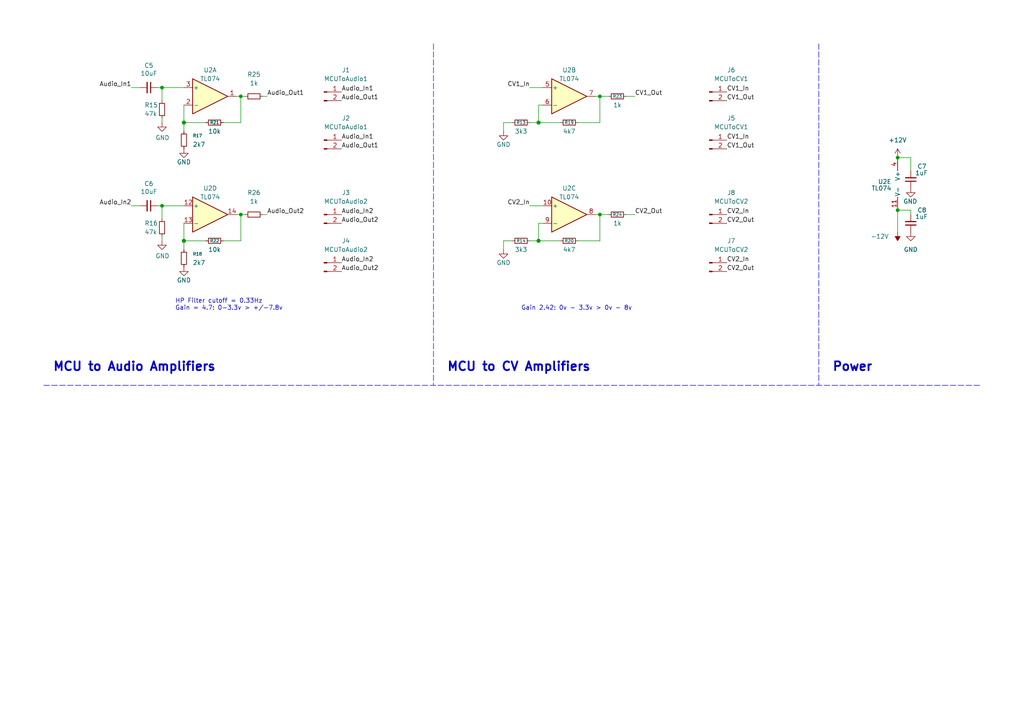
<source format=kicad_sch>
(kicad_sch (version 20230121) (generator eeschema)
  (paper "A4")
  (title_block (title "Eurorack Dev Board") (date "2023-03-28") (rev "2.0") (company "Mountjoy Modular"))
  (lib_symbols
    (symbol "Amplifier_Operational:TL074" (pin_names (offset 0.127))
      (property "Reference" "U" (at 0 5.08 0))
      (property "Value" "TL074" (at 0 -5.08 0))
      (symbol "TL074_1_1"
        (polyline (pts (xy -5.08 5.08) (xy 5.08 0) (xy -5.08 -5.08) (xy -5.08 5.08)) (stroke (width 0.254)) (fill (type background)))
        (pin output line (at 7.62 0 180) (length 2.54) (name "~") (number "1"))
        (pin input line (at -7.62 -2.54 0) (length 2.54) (name "-") (number "2"))
        (pin input line (at -7.62 2.54 0) (length 2.54) (name "+") (number "3"))
      )
      (symbol "TL074_2_1"
        (polyline (pts (xy -5.08 5.08) (xy 5.08 0) (xy -5.08 -5.08) (xy -5.08 5.08)) (stroke (width 0.254)) (fill (type background)))
        (pin input line (at -7.62 2.54 0) (length 2.54) (name "+") (number "5"))
        (pin input line (at -7.62 -2.54 0) (length 2.54) (name "-") (number "6"))
        (pin output line (at 7.62 0 180) (length 2.54) (name "~") (number "7"))
      )
      (symbol "TL074_3_1"
        (polyline (pts (xy -5.08 5.08) (xy 5.08 0) (xy -5.08 -5.08) (xy -5.08 5.08)) (stroke (width 0.254)) (fill (type background)))
        (pin input line (at -7.62 2.54 0) (length 2.54) (name "+") (number "10"))
        (pin output line (at 7.62 0 180) (length 2.54) (name "~") (number "8"))
        (pin input line (at -7.62 -2.54 0) (length 2.54) (name "-") (number "9"))
      )
      (symbol "TL074_4_1"
        (polyline (pts (xy -5.08 5.08) (xy 5.08 0) (xy -5.08 -5.08) (xy -5.08 5.08)) (stroke (width 0.254)) (fill (type background)))
        (pin input line (at -7.62 2.54 0) (length 2.54) (name "+") (number "12"))
        (pin input line (at -7.62 -2.54 0) (length 2.54) (name "-") (number "13"))
        (pin output line (at 7.62 0 180) (length 2.54) (name "~") (number "14"))
      )
      (symbol "TL074_5_1"
        (pin power_in line (at -2.54 -7.62 90) (length 3.81) (name "V-") (number "11"))
        (pin power_in line (at -2.54 7.62 270) (length 3.81) (name "V+") (number "4"))
      )
    )
    (symbol "Connector:Conn_01x02_Pin" (pin_names (offset 1.016) hide)
      (property "Reference" "J" (at 0 2.54 0))
      (property "Value" "Conn_01x02_Pin" (at 0 -5.08 0))
      (symbol "Conn_01x02_Pin_1_1"
        (polyline (pts (xy 1.27 -2.54) (xy 0.8636 -2.54)) (stroke (width 0.1524)))
        (polyline (pts (xy 1.27 0) (xy 0.8636 0)) (stroke (width 0.1524)))
        (rectangle (start 0.8636 -2.413) (end 0 -2.667) (stroke (width 0.1524)) (fill (type outline)))
        (rectangle (start 0.8636 0.127) (end 0 -0.127) (stroke (width 0.1524)) (fill (type outline)))
        (pin passive line (at 5.08 0 180) (length 3.81) (name "Pin_1") (number "1"))
        (pin passive line (at 5.08 -2.54 180) (length 3.81) (name "Pin_2") (number "2"))
      )
    )
    (symbol "Device:C_Small" (pin_numbers hide) (pin_names (offset 0.254) hide)
      (property "Reference" "C" (at 0.254 1.778 0))
      (property "Value" "C_Small" (at 0.254 -2.032 0))
      (symbol "C_Small_0_1"
        (polyline (pts (xy -1.524 -0.508) (xy 1.524 -0.508)) (stroke (width 0.3302)))
        (polyline (pts (xy -1.524 0.508) (xy 1.524 0.508)) (stroke (width 0.3048)))
      )
      (symbol "C_Small_1_1"
        (pin passive line (at 0 2.54 270) (length 2.032) (name "~") (number "1"))
        (pin passive line (at 0 -2.54 90) (length 2.032) (name "~") (number "2"))
      )
    )
    (symbol "Device:R_Small" (pin_numbers hide) (pin_names (offset 0.254) hide)
      (property "Reference" "R" (at 0.762 0.508 0))
      (property "Value" "R_Small" (at 0.762 -1.016 0))
      (symbol "R_Small_0_1"
        (rectangle (start -0.762 1.778) (end 0.762 -1.778) (stroke (width 0.2032)))
      )
      (symbol "R_Small_1_1"
        (pin passive line (at 0 2.54 270) (length 0.762) (name "~") (number "1"))
        (pin passive line (at 0 -2.54 90) (length 0.762) (name "~") (number "2"))
      )
    )
    (symbol "power:+12V" (power) (pin_names (offset 0))
      (property "Value" "+12V" (at 0 3.556 0))
      (symbol "+12V_0_1"
        (polyline (pts (xy -0.762 1.27) (xy 0 2.54)))
        (polyline (pts (xy 0 0) (xy 0 2.54)))
        (polyline (pts (xy 0 2.54) (xy 0.762 1.27)))
      )
      (symbol "+12V_1_1"
        (pin power_in line (at 0 0 90) (length 0) hide (name "+12V") (number "1"))
      )
    )
    (symbol "power:-12V" (power) (pin_names (offset 0))
      (property "Value" "-12V" (at 0 3.81 0))
      (symbol "-12V_0_0"
        (pin power_in line (at 0 0 90) (length 0) hide (name "-12V") (number "1"))
      )
      (symbol "-12V_0_1"
        (polyline (pts (xy 0 0) (xy 0 1.27) (xy 0.762 1.27) (xy 0 2.54) (xy -0.762 1.27) (xy 0 1.27)) (fill (type outline)))
      )
    )
    (symbol "power:GND" (power) (pin_names (offset 0))
      (property "Value" "GND" (at 0 -3.81 0))
      (symbol "GND_0_1"
        (polyline (pts (xy 0 0) (xy 0 -1.27) (xy 1.27 -1.27) (xy 0 -2.54) (xy -1.27 -1.27) (xy 0 -1.27)))
      )
      (symbol "GND_1_1"
        (pin power_in line (at 0 0 270) (length 0) hide (name "GND") (number "1"))
      )
    )
  )
  (junction (at 53.34 69.85) (diameter 1.016))
  (junction (at 46.99 59.69))
  (junction (at 173.99 27.94) (diameter 0.9144))
  (junction (at 156.21 69.85) (diameter 1.016))
  (junction (at 46.99 25.4))
  (junction (at 260.35 60.96))
  (junction (at 69.85 27.94))
  (junction (at 260.35 45.72))
  (junction (at 173.99 62.23) (diameter 0.9144))
  (junction (at 156.21 35.56) (diameter 1.016))
  (junction (at 53.34 35.56) (diameter 1.016))
  (junction (at 69.85 62.23))
  (wire (pts (xy 45.72 25.4) (xy 46.99 25.4)))
  (wire (pts (xy 146.05 35.56) (xy 146.05 38.1)))
  (wire (pts (xy 153.67 69.85) (xy 156.21 69.85)))
  (wire (pts (xy 153.67 59.69) (xy 157.48 59.69)))
  (wire (pts (xy 156.21 30.48) (xy 157.48 30.48)))
  (polyline (pts (xy 12.7 111.76) (xy 284.48 111.76)) (stroke (width 0) (type dash)))
  (wire (pts (xy 156.21 64.77) (xy 157.48 64.77)))
  (wire (pts (xy 46.99 25.4) (xy 53.34 25.4)))
  (wire (pts (xy 146.05 35.56) (xy 148.59 35.56)))
  (wire (pts (xy 38.1 59.69) (xy 40.64 59.69)))
  (wire (pts (xy 172.72 27.94) (xy 173.99 27.94)))
  (wire (pts (xy 69.85 69.85) (xy 69.85 62.23)))
  (wire (pts (xy 53.34 69.85) (xy 59.69 69.85)))
  (wire (pts (xy 181.61 27.94) (xy 184.15 27.94)))
  (wire (pts (xy 46.99 68.58) (xy 46.99 69.85)))
  (wire (pts (xy 173.99 35.56) (xy 173.99 27.94)))
  (wire (pts (xy 146.05 69.85) (xy 146.05 72.39)))
  (wire (pts (xy 69.85 62.23) (xy 71.12 62.23)))
  (wire (pts (xy 260.35 60.96) (xy 260.35 67.31)))
  (wire (pts (xy 173.99 69.85) (xy 173.99 62.23)))
  (wire (pts (xy 167.64 35.56) (xy 173.99 35.56)))
  (wire (pts (xy 76.2 27.94) (xy 77.47 27.94)))
  (wire (pts (xy 264.16 45.72) (xy 264.16 49.53)))
  (wire (pts (xy 156.21 69.85) (xy 162.56 69.85)))
  (wire (pts (xy 53.34 72.39) (xy 53.34 69.85)))
  (wire (pts (xy 156.21 35.56) (xy 156.21 30.48)))
  (wire (pts (xy 156.21 69.85) (xy 156.21 64.77)))
  (wire (pts (xy 153.67 25.4) (xy 157.48 25.4)))
  (wire (pts (xy 146.05 69.85) (xy 148.59 69.85)))
  (wire (pts (xy 46.99 59.69) (xy 46.99 63.5)))
  (wire (pts (xy 173.99 27.94) (xy 176.53 27.94)))
  (wire (pts (xy 53.34 35.56) (xy 59.69 35.56)))
  (wire (pts (xy 38.1 25.4) (xy 40.64 25.4)))
  (wire (pts (xy 167.64 69.85) (xy 173.99 69.85)))
  (wire (pts (xy 156.21 35.56) (xy 162.56 35.56)))
  (wire (pts (xy 46.99 34.29) (xy 46.99 35.56)))
  (wire (pts (xy 260.35 45.72) (xy 264.16 45.72)))
  (wire (pts (xy 153.67 35.56) (xy 156.21 35.56)))
  (wire (pts (xy 68.58 27.94) (xy 69.85 27.94)))
  (wire (pts (xy 53.34 64.77) (xy 53.34 69.85)))
  (wire (pts (xy 53.34 38.1) (xy 53.34 35.56)))
  (wire (pts (xy 46.99 59.69) (xy 53.34 59.69)))
  (wire (pts (xy 181.61 62.23) (xy 184.15 62.23)))
  (wire (pts (xy 53.34 30.48) (xy 53.34 35.56)))
  (wire (pts (xy 64.77 69.85) (xy 69.85 69.85)))
  (wire (pts (xy 172.72 62.23) (xy 173.99 62.23)))
  (polyline (pts (xy 125.73 12.7) (xy 125.73 111.76)) (stroke (width 0) (type dash)))
  (wire (pts (xy 68.58 62.23) (xy 69.85 62.23)))
  (wire (pts (xy 264.16 60.96) (xy 260.35 60.96)))
  (wire (pts (xy 64.77 35.56) (xy 69.85 35.56)))
  (wire (pts (xy 69.85 27.94) (xy 71.12 27.94)))
  (polyline (pts (xy 237.49 12.7) (xy 237.49 111.76)) (stroke (width 0) (type dash)))
  (wire (pts (xy 69.85 35.56) (xy 69.85 27.94)))
  (wire (pts (xy 173.99 62.23) (xy 176.53 62.23)))
  (wire (pts (xy 46.99 25.4) (xy 46.99 29.21)))
  (wire (pts (xy 76.2 62.23) (xy 77.47 62.23)))
  (wire (pts (xy 45.72 59.69) (xy 46.99 59.69)))
  (wire (pts (xy 264.16 60.96) (xy 264.16 62.23)))
  (text "HP Filter cutoff = 0.33Hz\nGain = 4.7: 0-3.3v > +/-7.8v" (at 50.8 90.17 0) (effects (font (size 1.27 1.27)) (justify left bottom)))
  (text "MCU to Audio Amplifiers" (at 15.24 107.95 0) (effects (font (size 2.54 2.54) (thickness 0.508) bold) (justify left bottom)))
  (text "MCU to CV Amplifiers" (at 129.54 107.95 0) (effects (font (size 2.54 2.54) (thickness 0.508) bold) (justify left bottom)))
  (text "Gain 2.42: 0v - 3.3v > 0v - 8v" (at 151.13 90.17 0) (effects (font (size 1.27 1.27)) (justify left bottom)))
  (text "Power" (at 241.3 107.95 0) (effects (font (size 2.54 2.54) (thickness 0.508) bold) (justify left bottom)))
  (label "Audio_Out1" (at 77.47 27.94 0))
  (label "CV2_Out" (at 210.82 64.77 0))
  (label "CV2_Out" (at 184.15 62.23 0))
  (label "CV1_Out" (at 210.82 43.18 0))
  (label "Audio_Out2" (at 99.06 78.74 0))
  (label "CV1_Out" (at 184.15 27.94 0))
  (label "Audio_Out2" (at 99.06 64.77 0))
  (label "CV1_In" (at 153.67 25.4 180))
  (label "Audio_In1" (at 99.06 40.64 0))
  (label "CV1_Out" (at 210.82 29.21 0))
  (label "Audio_Out2" (at 77.47 62.23 0))
  (label "CV1_In" (at 210.82 26.67 0))
  (label "CV2_In" (at 210.82 76.2 0))
  (label "Audio_In2" (at 99.06 62.23 0))
  (label "CV2_In" (at 153.67 59.69 180))
  (label "Audio_Out1" (at 99.06 43.18 0))
  (label "Audio_In2" (at 38.1 59.69 180))
  (label "CV1_In" (at 210.82 40.64 0))
  (label "Audio_Out1" (at 99.06 29.21 0))
  (label "CV2_In" (at 210.82 62.23 0))
  (label "Audio_In1" (at 38.1 25.4 180))
  (label "CV2_Out" (at 210.82 78.74 0))
  (label "Audio_In2" (at 99.06 76.2 0))
  (label "Audio_In1" (at 99.06 26.67 0))
  (symbol (lib_id "Device:R_Small") (at 179.07 62.23 90) (unit 1)
    (property "Reference" "R24" (at 179.07 62.23 90) (effects (font (size 0.9 0.9))))
    (property "Value" "1k" (at 179.07 64.77 90))
    (property "Footprint" "Resistor_SMD:R_0805_2012Metric" (effects hide))
    (property "Part_Number" "C21190" (effects hide))
  )
  (symbol (lib_id "Device:R_Small") (at 62.23 69.85 270) (mirror x) (unit 1)
    (property "Reference" "R22" (at 62.23 69.85 90) (effects (font (size 0.9 0.9))))
    (property "Value" "10k" (at 62.23 72.39 90))
    (property "Footprint" "Resistor_SMD:R_0805_2012Metric" (effects hide))
    (property "Part_Number" "C23162" (effects hide))
  )
  (symbol (lib_id "Device:R_Small") (at 179.07 27.94 90) (unit 1)
    (property "Reference" "R23" (at 179.07 27.94 90) (effects (font (size 0.9 0.9))))
    (property "Value" "1k" (at 179.07 30.48 90))
    (property "Footprint" "Resistor_SMD:R_0805_2012Metric" (effects hide))
    (property "Part_Number" "C21190" (effects hide))
  )
  (symbol (lib_id "power:GND") (at 264.16 67.31 0) (unit 1)
    (property "Reference" "#PWR014" (effects hide))
    (property "Value" "GND" (at 264.16 72.39 0))
  )
  (symbol (lib_id "power:GND") (at 53.34 43.18 0) (unit 1)
    (property "Reference" "#PWR09" (effects hide))
    (property "Value" "GND" (at 53.34 46.99 0))
  )
  (symbol (lib_id "Device:R_Small") (at 46.99 31.75 0) (unit 1)
    (property "Reference" "R15" (at 41.91 30.48 0) (effects (justify left)))
    (property "Value" "47k" (at 41.91 33.02 0) (effects (justify left)))
    (property "Footprint" "Resistor_SMD:R_0805_2012Metric" (effects hide))
  )
  (symbol (lib_id "power:-12V") (at 260.35 67.31 180) (unit 1)
    (property "Reference" "#PWR012" (effects hide))
    (property "Value" "-12V" (at 257.81 68.5799 0) (effects (justify left)))
  )
  (symbol (lib_id "Connector:Conn_01x02_Pin") (at 205.74 26.67 0) (unit 1)
    (property "Reference" "J6" (at 212.09 20.32 0))
    (property "Value" "MCUToCV1" (at 212.09 22.86 0))
    (property "Footprint" "Connector_PinSocket_2.54mm:PinSocket_1x02_P2.54mm_Vertical" (effects hide))
  )
  (symbol (lib_id "Device:R_Small") (at 165.1 35.56 270) (mirror x) (unit 1)
    (property "Reference" "R19" (at 165.1 35.56 90) (effects (font (size 0.9 0.9))))
    (property "Value" "4k7" (at 165.1 38.1 90))
    (property "Footprint" "Resistor_SMD:R_0805_2012Metric" (effects hide))
    (property "Part_Number" "C23162" (effects hide))
  )
  (symbol (lib_id "power:GND") (at 46.99 69.85 0) (unit 1)
    (property "Reference" "#PWR08" (effects hide))
    (property "Value" "GND" (at 47.117 74.2442 0))
  )
  (symbol (lib_id "Connector:Conn_01x02_Pin") (at 205.74 40.64 0) (unit 1)
    (property "Reference" "J5" (at 212.09 34.29 0))
    (property "Value" "MCUToCV1" (at 212.09 36.83 0))
    (property "Footprint" "Connector_PinHeader_2.54mm:PinHeader_1x02_P2.54mm_Vertical" (effects hide))
  )
  (symbol (lib_id "Device:R_Small") (at 73.66 27.94 90) (mirror x) (unit 1)
    (property "Reference" "R25" (at 73.66 21.59 90))
    (property "Value" "1k" (at 73.66 24.13 90))
    (property "Footprint" "Resistor_SMD:R_0805_2012Metric" (effects hide))
  )
  (symbol (lib_id "power:GND") (at 146.05 38.1 0) (unit 1)
    (property "Reference" "#PWR05" (effects hide))
    (property "Value" "GND" (at 146.05 41.91 0))
  )
  (symbol (lib_id "power:GND") (at 264.16 54.61 0) (unit 1)
    (property "Reference" "#PWR013" (effects hide))
    (property "Value" "GND" (at 266.065 58.42 0) (effects (justify right)))
  )
  (symbol (lib_id "Device:R_Small") (at 165.1 69.85 270) (mirror x) (unit 1)
    (property "Reference" "R20" (at 165.1 69.85 90) (effects (font (size 0.9 0.9))))
    (property "Value" "4k7" (at 165.1 72.39 90))
    (property "Footprint" "Resistor_SMD:R_0805_2012Metric" (effects hide))
    (property "Part_Number" "C23162" (effects hide))
  )
  (symbol (lib_id "Device:C_Small") (at 43.18 59.69 270) (unit 1)
    (property "Reference" "C6" (at 43.18 53.2892 90))
    (property "Value" "10uF" (at 43.18 55.6006 90))
    (property "Footprint" "Capacitor_SMD:C_0805_2012Metric" (effects hide))
  )
  (symbol (lib_id "Amplifier_Operational:TL074") (at 165.1 27.94 0) (unit 2)
    (property "Reference" "U2" (at 165.1 20.32 0))
    (property "Value" "TL074" (at 165.1 22.86 0))
    (property "Footprint" "Package_SO:SOIC-14_3.9x8.7mm_P1.27mm" (effects hide))
    (property "Datasheet" "http://www.ti.com/lit/ds/symlink/tl071.pdf" (effects hide))
  )
  (symbol (lib_id "Device:R_Small") (at 62.23 35.56 270) (mirror x) (unit 1)
    (property "Reference" "R21" (at 62.23 35.56 90) (effects (font (size 0.9 0.9))))
    (property "Value" "10k" (at 62.23 38.1 90))
    (property "Footprint" "Resistor_SMD:R_0805_2012Metric" (effects hide))
    (property "Part_Number" "C23162" (effects hide))
  )
  (symbol (lib_id "Connector:Conn_01x02_Pin") (at 93.98 26.67 0) (unit 1)
    (property "Reference" "J1" (at 100.33 20.32 0))
    (property "Value" "MCUToAudio1" (at 100.33 22.86 0))
    (property "Footprint" "Connector_PinSocket_2.54mm:PinSocket_1x02_P2.54mm_Vertical" (effects hide))
  )
  (symbol (lib_id "Amplifier_Operational:TL074") (at 60.96 62.23 0) (unit 4)
    (property "Reference" "U2" (at 60.96 54.61 0))
    (property "Value" "TL074" (at 60.96 57.15 0))
    (property "Footprint" "Package_SO:SOIC-14_3.9x8.7mm_P1.27mm" (effects hide))
    (property "Datasheet" "http://www.ti.com/lit/ds/symlink/tl071.pdf" (effects hide))
  )
  (symbol (lib_id "Device:R_Small") (at 53.34 40.64 0) (unit 1)
    (property "Reference" "R17" (at 55.88 39.37 0) (effects (font (size 0.9 0.9)) (justify left)))
    (property "Value" "2k7" (at 55.88 41.9099 0) (effects (justify left)))
    (property "Footprint" "Resistor_SMD:R_0805_2012Metric" (effects hide))
    (property "Part_Number" "C22978" (effects hide))
  )
  (symbol (lib_id "Connector:Conn_01x02_Pin") (at 93.98 40.64 0) (unit 1)
    (property "Reference" "J2" (at 100.33 34.29 0))
    (property "Value" "MCUToAudio1" (at 100.33 36.83 0))
    (property "Footprint" "Connector_PinHeader_2.54mm:PinHeader_1x02_P2.54mm_Vertical" (effects hide))
  )
  (symbol (lib_id "Device:R_Small") (at 46.99 66.04 0) (unit 1)
    (property "Reference" "R16" (at 41.91 64.77 0) (effects (justify left)))
    (property "Value" "47k" (at 41.91 67.31 0) (effects (justify left)))
    (property "Footprint" "Resistor_SMD:R_0805_2012Metric" (effects hide))
  )
  (symbol (lib_id "Amplifier_Operational:TL074") (at 60.96 27.94 0) (unit 1)
    (property "Reference" "U2" (at 60.96 20.32 0))
    (property "Value" "TL074" (at 60.96 22.86 0))
    (property "Footprint" "Package_SO:SOIC-14_3.9x8.7mm_P1.27mm" (effects hide))
    (property "Datasheet" "http://www.ti.com/lit/ds/symlink/tl071.pdf" (effects hide))
  )
  (symbol (lib_id "Device:C_Small") (at 264.16 52.07 180) (unit 1)
    (property "Reference" "C7" (at 266.065 48.26 0) (effects (justify right)))
    (property "Value" "1uF" (at 265.43 50.165 0) (effects (justify right)))
    (property "Footprint" "Capacitor_SMD:C_0805_2012Metric" (effects hide))
  )
  (symbol (lib_id "Device:C_Small") (at 264.16 64.77 180) (unit 1)
    (property "Reference" "C8" (at 266.065 60.96 0) (effects (justify right)))
    (property "Value" "1uF" (at 265.43 62.865 0) (effects (justify right)))
    (property "Footprint" "Capacitor_SMD:C_0805_2012Metric" (effects hide))
  )
  (symbol (lib_id "power:GND") (at 146.05 72.39 0) (unit 1)
    (property "Reference" "#PWR06" (effects hide))
    (property "Value" "GND" (at 146.05 76.2 0))
  )
  (symbol (lib_id "Device:R_Small") (at 53.34 74.93 0) (unit 1)
    (property "Reference" "R18" (at 55.88 73.66 0) (effects (font (size 0.9 0.9)) (justify left)))
    (property "Value" "2k7" (at 55.88 76.1999 0) (effects (justify left)))
    (property "Footprint" "Resistor_SMD:R_0805_2012Metric" (effects hide))
    (property "Part_Number" "C22978" (effects hide))
  )
  (symbol (lib_id "Connector:Conn_01x02_Pin") (at 93.98 62.23 0) (unit 1)
    (property "Reference" "J3" (at 100.33 55.88 0))
    (property "Value" "MCUToAudio2" (at 100.33 58.42 0))
    (property "Footprint" "Connector_PinSocket_2.54mm:PinSocket_1x02_P2.54mm_Vertical" (effects hide))
  )
  (symbol (lib_id "Device:C_Small") (at 43.18 25.4 270) (unit 1)
    (property "Reference" "C5" (at 43.18 18.9992 90))
    (property "Value" "10uF" (at 43.18 21.3106 90))
    (property "Footprint" "Capacitor_SMD:C_0805_2012Metric" (effects hide))
  )
  (symbol (lib_id "Amplifier_Operational:TL074") (at 262.89 53.34 0) (unit 5)
    (property "Reference" "U2" (at 254.635 52.705 0) (effects (justify left)))
    (property "Value" "TL074" (at 252.73 54.61 0) (effects (justify left)))
    (property "Footprint" "Package_SO:SOIC-14_3.9x8.7mm_P1.27mm" (effects hide))
    (property "Datasheet" "http://www.ti.com/lit/ds/symlink/tl071.pdf" (effects hide))
  )
  (symbol (lib_id "power:+12V") (at 260.35 45.72 0) (unit 1)
    (property "Reference" "#PWR011" (effects hide))
    (property "Value" "+12V" (at 260.35 40.64 0))
  )
  (symbol (lib_id "Connector:Conn_01x02_Pin") (at 205.74 62.23 0) (unit 1)
    (property "Reference" "J8" (at 212.09 55.88 0))
    (property "Value" "MCUToCV2" (at 212.09 58.42 0))
    (property "Footprint" "Connector_PinSocket_2.54mm:PinSocket_1x02_P2.54mm_Vertical" (effects hide))
  )
  (symbol (lib_id "Device:R_Small") (at 73.66 62.23 90) (mirror x) (unit 1)
    (property "Reference" "R26" (at 73.66 55.88 90))
    (property "Value" "1k" (at 73.66 58.42 90))
    (property "Footprint" "Resistor_SMD:R_0805_2012Metric" (effects hide))
  )
  (symbol (lib_id "Connector:Conn_01x02_Pin") (at 93.98 76.2 0) (unit 1)
    (property "Reference" "J4" (at 100.33 69.85 0))
    (property "Value" "MCUToAudio2" (at 100.33 72.39 0))
    (property "Footprint" "Connector_PinHeader_2.54mm:PinHeader_1x02_P2.54mm_Vertical" (effects hide))
  )
  (symbol (lib_id "Device:R_Small") (at 151.13 69.85 270) (unit 1)
    (property "Reference" "R14" (at 151.13 69.85 90) (effects (font (size 0.9 0.9))))
    (property "Value" "3k3" (at 151.13 72.39 90))
    (property "Footprint" "Resistor_SMD:R_0805_2012Metric" (effects hide))
    (property "Part_Number" "C22978" (effects hide))
  )
  (symbol (lib_id "Amplifier_Operational:TL074") (at 165.1 62.23 0) (unit 3)
    (property "Reference" "U2" (at 165.1 54.61 0))
    (property "Value" "TL074" (at 165.1 57.15 0))
    (property "Footprint" "Package_SO:SOIC-14_3.9x8.7mm_P1.27mm" (effects hide))
    (property "Datasheet" "http://www.ti.com/lit/ds/symlink/tl071.pdf" (effects hide))
  )
  (symbol (lib_id "power:GND") (at 46.99 35.56 0) (unit 1)
    (property "Reference" "#PWR07" (effects hide))
    (property "Value" "GND" (at 47.117 39.9542 0))
  )
  (symbol (lib_id "power:GND") (at 53.34 77.47 0) (unit 1)
    (property "Reference" "#PWR010" (effects hide))
    (property "Value" "GND" (at 53.34 81.28 0))
  )
  (symbol (lib_id "Device:R_Small") (at 151.13 35.56 270) (unit 1)
    (property "Reference" "R13" (at 151.13 35.56 90) (effects (font (size 0.9 0.9))))
    (property "Value" "3k3" (at 151.13 38.1 90))
    (property "Footprint" "Resistor_SMD:R_0805_2012Metric" (effects hide))
    (property "Part_Number" "C22978" (effects hide))
  )
  (symbol (lib_id "Connector:Conn_01x02_Pin") (at 205.74 76.2 0) (unit 1)
    (property "Reference" "J7" (at 212.09 69.85 0))
    (property "Value" "MCUToCV2" (at 212.09 72.39 0))
    (property "Footprint" "Connector_PinHeader_2.54mm:PinHeader_1x02_P2.54mm_Vertical" (effects hide))
  )
)
</source>
